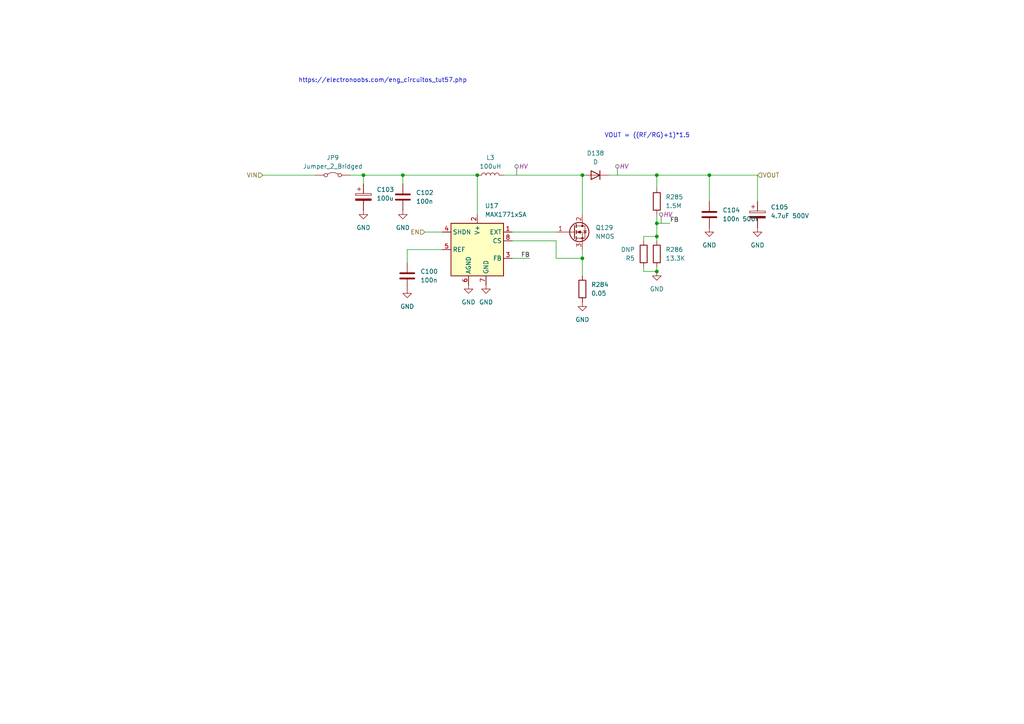
<source format=kicad_sch>
(kicad_sch (version 20231120) (generator "eeschema") (generator_version "8.0")
  (paper "A4")
  (lib_symbols
    (symbol "Device:C" (pin_numbers hide) (pin_names (offset 0.254))
      (property "Reference" "C" (at 0.635 2.54 0))
      (property "Value" "C" (at 0.635 -2.54 0))
      (symbol "C_0_1"
        (polyline (pts (xy -2.032 -0.762) (xy 2.032 -0.762)) (stroke (width 0.508)))
        (polyline (pts (xy -2.032 0.762) (xy 2.032 0.762)) (stroke (width 0.508)))
      )
      (symbol "C_1_1"
        (pin passive line (at 0 3.81 270) (length 2.794) (name "~") (number "1"))
        (pin passive line (at 0 -3.81 90) (length 2.794) (name "~") (number "2"))
      )
    )
    (symbol "Device:C_Polarized" (pin_numbers hide) (pin_names (offset 0.254))
      (property "Reference" "C" (at 0.635 2.54 0))
      (property "Value" "C_Polarized" (at 0.635 -2.54 0))
      (symbol "C_Polarized_0_1"
        (rectangle (start -2.286 0.508) (end 2.286 1.016))
        (polyline (pts (xy -1.778 2.286) (xy -0.762 2.286)))
        (polyline (pts (xy -1.27 2.794) (xy -1.27 1.778)))
        (rectangle (start 2.286 -0.508) (end -2.286 -1.016) (fill (type outline)))
      )
      (symbol "C_Polarized_1_1"
        (pin passive line (at 0 3.81 270) (length 2.794) (name "~") (number "1"))
        (pin passive line (at 0 -3.81 90) (length 2.794) (name "~") (number "2"))
      )
    )
    (symbol "Device:D" (pin_numbers hide) (pin_names (offset 1.016) hide)
      (property "Reference" "D" (at 0 2.54 0))
      (property "Value" "D" (at 0 -2.54 0))
      (symbol "D_0_1"
        (polyline (pts (xy -1.27 1.27) (xy -1.27 -1.27)) (stroke (width 0.254)))
        (polyline (pts (xy 1.27 0) (xy -1.27 0)))
        (polyline (pts (xy 1.27 1.27) (xy 1.27 -1.27) (xy -1.27 0) (xy 1.27 1.27)) (stroke (width 0.254)))
      )
      (symbol "D_1_1"
        (pin passive line (at -3.81 0 0) (length 2.54) (name "K") (number "1"))
        (pin passive line (at 3.81 0 180) (length 2.54) (name "A") (number "2"))
      )
    )
    (symbol "Device:L" (pin_numbers hide) (pin_names (offset 1.016) hide)
      (property "Reference" "L" (at -1.27 0 90))
      (property "Value" "L" (at 1.905 0 90))
      (symbol "L_0_1"
        (arc (start 0 -2.54) (mid 0.6323 -1.905) (end 0 -1.27))
        (arc (start 0 -1.27) (mid 0.6323 -0.635) (end 0 0))
        (arc (start 0 0) (mid 0.6323 0.635) (end 0 1.27))
        (arc (start 0 1.27) (mid 0.6323 1.905) (end 0 2.54))
      )
      (symbol "L_1_1"
        (pin passive line (at 0 3.81 270) (length 1.27) (name "1") (number "1"))
        (pin passive line (at 0 -3.81 90) (length 1.27) (name "2") (number "2"))
      )
    )
    (symbol "Device:Q_NMOS_GDS" (pin_names (offset 0) hide)
      (property "Reference" "Q" (at 5.08 1.27 0))
      (property "Value" "Q_NMOS_GDS" (at 5.08 -1.27 0))
      (symbol "Q_NMOS_GDS_0_1"
        (polyline (pts (xy 0.254 0) (xy -2.54 0)))
        (polyline (pts (xy 0.254 1.905) (xy 0.254 -1.905)) (stroke (width 0.254)))
        (polyline (pts (xy 0.762 -1.27) (xy 0.762 -2.286)) (stroke (width 0.254)))
        (polyline (pts (xy 0.762 0.508) (xy 0.762 -0.508)) (stroke (width 0.254)))
        (polyline (pts (xy 0.762 2.286) (xy 0.762 1.27)) (stroke (width 0.254)))
        (polyline (pts (xy 2.54 2.54) (xy 2.54 1.778)))
        (polyline (pts (xy 2.54 -2.54) (xy 2.54 0) (xy 0.762 0)))
        (polyline (pts (xy 0.762 -1.778) (xy 3.302 -1.778) (xy 3.302 1.778) (xy 0.762 1.778)))
        (polyline (pts (xy 1.016 0) (xy 2.032 0.381) (xy 2.032 -0.381) (xy 1.016 0)) (fill (type outline)))
        (polyline (pts (xy 2.794 0.508) (xy 2.921 0.381) (xy 3.683 0.381) (xy 3.81 0.254)))
        (polyline (pts (xy 3.302 0.381) (xy 2.921 -0.254) (xy 3.683 -0.254) (xy 3.302 0.381)))
        (circle (center 1.651 0) (radius 2.794) (stroke (width 0.254)))
        (circle (center 2.54 -1.778) (radius 0.254) (fill (type outline)))
        (circle (center 2.54 1.778) (radius 0.254) (fill (type outline)))
      )
      (symbol "Q_NMOS_GDS_1_1"
        (pin input line (at -5.08 0 0) (length 2.54) (name "G") (number "1"))
        (pin passive line (at 2.54 5.08 270) (length 2.54) (name "D") (number "2"))
        (pin passive line (at 2.54 -5.08 90) (length 2.54) (name "S") (number "3"))
      )
    )
    (symbol "Device:R" (pin_numbers hide) (pin_names (offset 0))
      (property "Reference" "R" (at 2.032 0 90))
      (property "Value" "R" (at 0 0 90))
      (symbol "R_0_1"
        (rectangle (start -1.016 -2.54) (end 1.016 2.54) (stroke (width 0.254)))
      )
      (symbol "R_1_1"
        (pin passive line (at 0 3.81 270) (length 1.27) (name "~") (number "1"))
        (pin passive line (at 0 -3.81 90) (length 1.27) (name "~") (number "2"))
      )
    )
    (symbol "GND_5" (power) (pin_numbers hide) (pin_names (offset 0) hide)
      (property "Value" "GND" (at 0 -3.81 0))
      (symbol "GND_5_0_1"
        (polyline (pts (xy 0 0) (xy 0 -1.27) (xy 1.27 -1.27) (xy 0 -2.54) (xy -1.27 -1.27) (xy 0 -1.27)))
      )
      (symbol "GND_5_1_1"
        (pin power_in line (at 0 0 270) (length 0) (name "~") (number "1"))
      )
    )
    (symbol "Jumper:Jumper_2_Bridged" (pin_numbers hide) (pin_names (offset 0) hide) (exclude_from_sim yes)
      (property "Reference" "JP" (at 0 1.905 0))
      (property "Value" "Jumper_2_Bridged" (at 0 -2.54 0))
      (symbol "Jumper_2_Bridged_0_0"
        (circle (center -2.032 0) (radius 0.508))
        (circle (center 2.032 0) (radius 0.508))
      )
      (symbol "Jumper_2_Bridged_0_1"
        (arc (start 1.524 0.254) (mid 0 0.762) (end -1.524 0.254))
      )
      (symbol "Jumper_2_Bridged_1_1"
        (pin passive line (at -5.08 0 0) (length 2.54) (name "A") (number "1"))
        (pin passive line (at 5.08 0 180) (length 2.54) (name "B") (number "2"))
      )
    )
    (symbol "Regulator_Switching:MAX1771xSA"
      (property "Reference" "U" (at -3.81 10.16 0))
      (property "Value" "MAX1771xSA" (at 6.35 10.16 0))
      (symbol "MAX1771xSA_0_1"
        (rectangle (start -7.62 7.62) (end 7.62 -7.62) (stroke (width 0.254)) (fill (type background)))
      )
      (symbol "MAX1771xSA_1_1"
        (pin output line (at 10.16 5.08 180) (length 2.54) (name "EXT") (number "1"))
        (pin power_in line (at 0 10.16 270) (length 2.54) (name "V+") (number "2"))
        (pin input line (at 10.16 -2.54 180) (length 2.54) (name "FB") (number "3"))
        (pin input line (at -10.16 5.08 0) (length 2.54) (name "SHDN") (number "4"))
        (pin passive line (at -10.16 0 0) (length 2.54) (name "REF") (number "5"))
        (pin power_in line (at -2.54 -10.16 90) (length 2.54) (name "AGND") (number "6"))
        (pin power_in line (at 2.54 -10.16 90) (length 2.54) (name "GND") (number "7"))
        (pin input line (at 10.16 2.54 180) (length 2.54) (name "CS") (number "8"))
      )
    )
    (symbol "power:GND" (power) (pin_numbers hide) (pin_names (offset 0) hide)
      (property "Value" "GND" (at 0 -3.81 0))
      (symbol "GND_0_1"
        (polyline (pts (xy 0 0) (xy 0 -1.27) (xy 1.27 -1.27) (xy 0 -2.54) (xy -1.27 -1.27) (xy 0 -1.27)))
      )
      (symbol "GND_1_1"
        (pin power_in line (at 0 0 270) (length 0) (name "~") (number "1"))
      )
    )
  )
  (junction (at 205.74 50.8))
  (junction (at 168.91 50.8))
  (junction (at 116.84 50.8))
  (junction (at 190.5 78.74))
  (junction (at 105.41 50.8))
  (junction (at 190.5 68.58))
  (junction (at 190.5 64.77))
  (junction (at 138.43 50.8))
  (junction (at 190.5 50.8))
  (junction (at 168.91 74.93))
  (wire (pts (xy 186.69 77.47) (xy 186.69 78.74)))
  (wire (pts (xy 168.91 62.23) (xy 168.91 50.8)))
  (wire (pts (xy 118.11 72.39) (xy 128.27 72.39)))
  (wire (pts (xy 118.11 76.2) (xy 118.11 72.39)))
  (wire (pts (xy 168.91 74.93) (xy 168.91 80.01)))
  (wire (pts (xy 105.41 50.8) (xy 105.41 53.34)))
  (wire (pts (xy 101.6 50.8) (xy 105.41 50.8)))
  (wire (pts (xy 148.59 69.85) (xy 161.29 69.85)))
  (wire (pts (xy 190.5 78.74) (xy 190.5 77.47)))
  (wire (pts (xy 116.84 50.8) (xy 116.84 53.34)))
  (wire (pts (xy 190.5 68.58) (xy 190.5 69.85)))
  (wire (pts (xy 76.2 50.8) (xy 91.44 50.8)))
  (wire (pts (xy 168.91 72.39) (xy 168.91 74.93)))
  (wire (pts (xy 105.41 50.8) (xy 116.84 50.8)))
  (wire (pts (xy 219.71 50.8) (xy 205.74 50.8)))
  (wire (pts (xy 190.5 62.23) (xy 190.5 64.77)))
  (wire (pts (xy 190.5 64.77) (xy 190.5 68.58)))
  (wire (pts (xy 186.69 69.85) (xy 186.69 68.58)))
  (wire (pts (xy 138.43 50.8) (xy 138.43 62.23)))
  (wire (pts (xy 205.74 50.8) (xy 205.74 58.42)))
  (wire (pts (xy 190.5 50.8) (xy 176.53 50.8)))
  (wire (pts (xy 205.74 50.8) (xy 190.5 50.8)))
  (wire (pts (xy 194.31 64.77) (xy 190.5 64.77)))
  (wire (pts (xy 190.5 54.61) (xy 190.5 50.8)))
  (wire (pts (xy 186.69 78.74) (xy 190.5 78.74)))
  (wire (pts (xy 219.71 58.42) (xy 219.71 50.8)))
  (wire (pts (xy 148.59 74.93) (xy 153.67 74.93)))
  (wire (pts (xy 161.29 69.85) (xy 161.29 74.93)))
  (wire (pts (xy 161.29 74.93) (xy 168.91 74.93)))
  (wire (pts (xy 186.69 68.58) (xy 190.5 68.58)))
  (wire (pts (xy 116.84 50.8) (xy 138.43 50.8)))
  (wire (pts (xy 148.59 67.31) (xy 161.29 67.31)))
  (wire (pts (xy 123.19 67.31) (xy 128.27 67.31)))
  (wire (pts (xy 168.91 50.8) (xy 146.05 50.8)))
  (text "https://electronoobs.com/eng_circuitos_tut57.php" (at 110.998 23.368 0) (effects (font (size 1.27 1.27))))
  (text "VOUT = ((RF/RG)+1)*1.5" (at 187.706 39.37 0) (effects (font (size 1.27 1.27))))
  (label "FB" (at 194.31 64.77 0))
  (label "FB" (at 153.67 74.93 180))
  (hierarchical_label "EN" (shape input) (at 123.19 67.31 180))
  (hierarchical_label "VOUT" (shape input) (at 219.71 50.8 0))
  (hierarchical_label "VIN" (shape input) (at 76.2 50.8 180))
  (netclass_flag "" (length 2.54) (shape round) (at 179.07 50.8 0) (property "Netclass" "HV" (at 179.6796 48.26 0) (effects (font (italic yes)) (justify left))))
  (netclass_flag "" (length 2.54) (shape round) (at 149.86 50.8 0) (property "Netclass" "HV" (at 150.4696 48.26 0) (effects (font (italic yes)) (justify left))))
  (netclass_flag "" (length 2.54) (shape round) (at 191.77 64.77 0) (property "Netclass" "HV" (at 192.3796 62.23 0) (effects (font (italic yes)) (justify left))))
  (symbol (lib_id "Device:C") (at 116.84 57.15 0) (unit 1)
    (property "Reference" "C102" (at 120.65 55.8799 0) (effects (justify left)))
    (property "Value" "100n" (at 120.65 58.4199 0) (effects (justify left)))
    (property "Footprint" "Capacitor_SMD:C_0603_1608Metric" (effects (hide yes)))
    (property "Description" "Unpolarized capacitor" (effects (hide yes)))
    (property "LCSC" "C14663" (effects (hide yes)))
  )
  (symbol (lib_id "Device:R") (at 190.5 58.42 0) (unit 1)
    (property "Reference" "R285" (at 193.04 57.1499 0) (effects (justify left)))
    (property "Value" "1.5M" (at 193.04 59.6899 0) (effects (justify left)))
    (property "Footprint" "Resistor_SMD:R_1206_3216Metric" (effects (hide yes)))
    (property "Description" "Resistor" (effects (hide yes)))
    (property "LCSC" "C5126193" (effects (hide yes)))
  )
  (symbol (lib_id "power:GND") (at 190.5 78.74 0) (unit 1)
    (property "Reference" "#PWR0256" (effects (hide yes)))
    (property "Value" "GND" (at 190.5 83.82 0))
    (property "Description" "Power symbol creates a global label with name \"GND\" , ground" (effects (hide yes)))
  )
  (symbol (lib_id "Device:C") (at 118.11 80.01 0) (unit 1)
    (property "Reference" "C100" (at 121.92 78.7399 0) (effects (justify left)))
    (property "Value" "100n" (at 121.92 81.2799 0) (effects (justify left)))
    (property "Footprint" "Capacitor_SMD:C_0603_1608Metric" (effects (hide yes)))
    (property "Description" "Unpolarized capacitor" (effects (hide yes)))
    (property "LCSC" "C14663" (effects (hide yes)))
  )
  (symbol (lib_id "Device:R") (at 186.69 73.66 180) (unit 1)
    (property "Reference" "R5" (at 184.15 74.9301 0) (effects (justify left)))
    (property "Value" "DNP" (at 184.15 72.3901 0) (effects (justify left)))
    (property "Footprint" "Resistor_SMD:R_0805_2012Metric_Pad1.20x1.40mm_HandSolder" (effects (hide yes)))
    (property "Description" "Resistor" (effects (hide yes)))
  )
  (symbol (lib_id "Device:D") (at 172.72 50.8 180) (unit 1)
    (property "Reference" "D138" (at 172.72 44.45 0))
    (property "Value" "D" (at 172.72 46.99 0))
    (property "Footprint" "Diode_SMD:D_SMB" (effects (hide yes)))
    (property "Description" "Diode" (effects (hide yes)))
    (property "Sim.Device" "D" (effects (hide yes)))
    (property "Sim.Pins" "1=K 2=A" (effects (hide yes)))
    (property "LCSC" "C145321" (effects (hide yes)))
  )
  (symbol (lib_id "power:GND") (at 116.84 60.96 0) (unit 1)
    (property "Reference" "#PWR0253" (effects (hide yes)))
    (property "Value" "GND" (at 116.84 66.04 0))
    (property "Description" "Power symbol creates a global label with name \"GND\" , ground" (effects (hide yes)))
  )
  (symbol (lib_id "Device:C_Polarized") (at 105.41 57.15 0) (unit 1)
    (property "Reference" "C103" (at 109.22 54.9909 0) (effects (justify left)))
    (property "Value" "100u" (at 109.22 57.5309 0) (effects (justify left)))
    (property "Footprint" "Capacitor_SMD:CP_Elec_8x10" (effects (hide yes)))
    (property "Description" "Polarized capacitor" (effects (hide yes)))
    (property "LCSC" "C445063" (effects (hide yes)))
  )
  (symbol (lib_id "Device:L") (at 142.24 50.8 90) (unit 1)
    (property "Reference" "L3" (at 142.24 45.72 90))
    (property "Value" "100uH" (at 142.24 48.26 90))
    (property "Footprint" "Inductor_SMD:L_TaiTech_TMPC1265_13.5x12.5mm" (effects (hide yes)))
    (property "Description" "Inductor" (effects (hide yes)))
    (property "LCSC" "C408533" (effects (hide yes)))
  )
  (symbol (lib_id "Device:Q_NMOS_GDS") (at 166.37 67.31 0) (unit 1)
    (property "Reference" "Q129" (at 172.72 66.0399 0) (effects (justify left)))
    (property "Value" "NMOS" (at 172.72 68.5799 0) (effects (justify left)))
    (property "Footprint" "Package_TO_SOT_SMD:TO-252-3_TabPin2" (effects (hide yes)))
    (property "Description" "N-MOSFET transistor, gate/drain/source" (effects (hide yes)))
    (property "Sim.Device" "NMOS" (effects (hide yes)))
    (property "Sim.Type" "VDMOS" (effects (hide yes)))
    (property "Sim.Pins" "1=D 2=G 3=S" (effects (hide yes)))
    (property "LCSC" "C5203941" (effects (hide yes)))
  )
  (symbol (lib_id "Jumper:Jumper_2_Bridged") (at 96.52 50.8 0) (unit 1) (exclude_from_sim yes)
    (property "Reference" "JP9" (at 96.52 45.72 0))
    (property "Value" "Jumper_2_Bridged" (at 96.52 48.26 0))
    (property "Footprint" "Jumper:SolderJumper-2_P1.3mm_Bridged_Pad1.0x1.5mm" (effects (hide yes)))
    (property "Description" "Jumper, 2-pole, closed/bridged" (effects (hide yes)))
  )
  (symbol (lib_id "Device:C_Polarized") (at 219.71 62.23 0) (unit 1)
    (property "Reference" "C105" (at 223.52 60.0709 0) (effects (justify left)))
    (property "Value" "4.7uF 500V" (at 223.52 62.6109 0) (effects (justify left)))
    (property "Footprint" "Capacitor_SMD:C_Elec_8x10.2" (effects (hide yes)))
    (property "Description" "Polarized capacitor" (effects (hide yes)))
    (property "LCSC" "C88695" (effects (hide yes)))
  )
  (symbol (lib_id "power:GND") (at 140.97 82.55 0) (unit 1)
    (property "Reference" "#PWR0252" (effects (hide yes)))
    (property "Value" "GND" (at 140.97 87.63 0))
    (property "Description" "Power symbol creates a global label with name \"GND\" , ground" (effects (hide yes)))
  )
  (symbol (lib_id "power:GND") (at 168.91 87.63 0) (unit 1)
    (property "Reference" "#PWR0255" (effects (hide yes)))
    (property "Value" "GND" (at 168.91 92.71 0))
    (property "Description" "Power symbol creates a global label with name \"GND\" , ground" (effects (hide yes)))
  )
  (symbol (lib_id "power:GND") (at 205.74 66.04 0) (unit 1)
    (property "Reference" "#PWR0258" (effects (hide yes)))
    (property "Value" "GND" (at 205.74 71.12 0))
    (property "Description" "Power symbol creates a global label with name \"GND\" , ground" (effects (hide yes)))
  )
  (symbol (lib_id "Regulator_Switching:MAX1771xSA") (at 138.43 72.39 0) (unit 1)
    (property "Reference" "U17" (at 140.6241 59.69 0) (effects (justify left)))
    (property "Value" "MAX1771xSA" (at 140.6241 62.23 0) (effects (justify left)))
    (property "Footprint" "Package_SO:SO-8_3.9x4.9mm_P1.27mm" (effects (hide yes)))
    (property "Datasheet" "https://datasheets.maximintegrated.com/en/ds/MAX1771.pdf" (effects (hide yes)))
    (property "Description" "12V or Adjustable, High-Efficiency, Low IQ, Step-Up DC-DC Controller, SO-8" (effects (hide yes)))
    (property "LCSC" "C407903" (effects (hide yes)))
  )
  (symbol (lib_id "Device:R") (at 190.5 73.66 0) (unit 1)
    (property "Reference" "R286" (at 193.04 72.3899 0) (effects (justify left)))
    (property "Value" "13.3K" (at 193.04 74.9299 0) (effects (justify left)))
    (property "Footprint" "Resistor_SMD:R_0805_2012Metric_Pad1.20x1.40mm_HandSolder" (effects (hide yes)))
    (property "Description" "Resistor" (effects (hide yes)))
    (property "LCSC" "C22797" (effects (hide yes)))
  )
  (symbol (lib_id "power:GND") (at 118.11 83.82 0) (unit 1)
    (property "Reference" "#PWR0250" (effects (hide yes)))
    (property "Value" "GND" (at 118.11 88.9 0))
    (property "Description" "Power symbol creates a global label with name \"GND\" , ground" (effects (hide yes)))
  )
  (symbol (lib_id "Device:C") (at 205.74 62.23 0) (unit 1)
    (property "Reference" "C104" (at 209.55 60.9599 0) (effects (justify left)))
    (property "Value" "100n 500V" (at 209.55 63.4999 0) (effects (justify left)))
    (property "Footprint" "Capacitor_SMD:C_1206_3216Metric" (effects (hide yes)))
    (property "Description" "Unpolarized capacitor" (effects (hide yes)))
    (property "LCSC" "DNP" (effects (hide yes)))
  )
  (symbol (lib_id "power:GND") (at 135.89 82.55 0) (unit 1)
    (property "Reference" "#PWR0251" (effects (hide yes)))
    (property "Value" "GND" (at 135.89 87.63 0))
    (property "Description" "Power symbol creates a global label with name \"GND\" , ground" (effects (hide yes)))
  )
  (symbol (lib_name "GND_5") (lib_id "power:GND") (at 105.41 60.96 0) (unit 1)
    (property "Reference" "#PWR0254" (effects (hide yes)))
    (property "Value" "GND" (at 105.41 66.04 0))
    (property "Description" "Power symbol creates a global label with name \"GND\" , ground" (effects (hide yes)))
  )
  (symbol (lib_id "Device:R") (at 168.91 83.82 0) (unit 1)
    (property "Reference" "R284" (at 171.45 82.5499 0) (effects (justify left)))
    (property "Value" "0.05" (at 171.45 85.0899 0) (effects (justify left)))
    (property "Footprint" "Resistor_SMD:R_0805_2012Metric" (effects (hide yes)))
    (property "Description" "Resistor" (effects (hide yes)))
    (property "LCSC" "C158152" (effects (hide yes)))
  )
  (symbol (lib_id "power:GND") (at 219.71 66.04 0) (unit 1)
    (property "Reference" "#PWR0257" (effects (hide yes)))
    (property "Value" "GND" (at 219.71 71.12 0))
    (property "Description" "Power symbol creates a global label with name \"GND\" , ground" (effects (hide yes)))
  )
)
</source>
